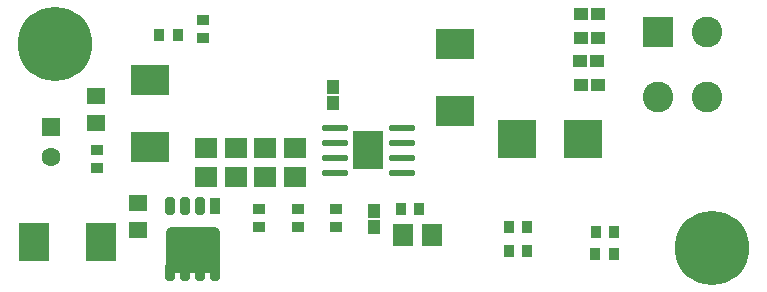
<source format=gts>
G04*
G04 #@! TF.GenerationSoftware,Altium Limited,Altium Designer,19.1.6 (110)*
G04*
G04 Layer_Color=8388736*
%FSLAX43Y43*%
%MOMM*%
G71*
G01*
G75*
%ADD17R,0.900X1.050*%
%ADD18R,1.900X1.750*%
%ADD19R,1.000X0.950*%
%ADD20R,2.500X3.200*%
%ADD21O,2.250X0.550*%
%ADD22R,1.500X1.400*%
%ADD23R,0.950X1.000*%
%ADD24R,1.100X1.250*%
%ADD25R,1.750X1.900*%
%ADD26R,1.250X1.100*%
%ADD27R,3.300X3.250*%
%ADD28R,3.250X2.550*%
%ADD29R,2.550X3.250*%
%ADD30R,0.810X1.472*%
G04:AMPARAMS|DCode=31|XSize=0.81mm|YSize=1.472mm|CornerRadius=0.139mm|HoleSize=0mm|Usage=FLASHONLY|Rotation=0.000|XOffset=0mm|YOffset=0mm|HoleType=Round|Shape=RoundedRectangle|*
%AMROUNDEDRECTD31*
21,1,0.810,1.195,0,0,0.0*
21,1,0.532,1.472,0,0,0.0*
1,1,0.278,0.266,-0.597*
1,1,0.278,-0.266,-0.597*
1,1,0.278,-0.266,0.597*
1,1,0.278,0.266,0.597*
%
%ADD31ROUNDEDRECTD31*%
G04:AMPARAMS|DCode=32|XSize=4.62mm|YSize=3.95mm|CornerRadius=0.531mm|HoleSize=0mm|Usage=FLASHONLY|Rotation=0.000|XOffset=0mm|YOffset=0mm|HoleType=Round|Shape=RoundedRectangle|*
%AMROUNDEDRECTD32*
21,1,4.620,2.888,0,0,0.0*
21,1,3.558,3.950,0,0,0.0*
1,1,1.063,1.779,-1.444*
1,1,1.063,-1.779,-1.444*
1,1,1.063,-1.779,1.444*
1,1,1.063,1.779,1.444*
%
%ADD32ROUNDEDRECTD32*%
%ADD33C,1.608*%
%ADD34R,1.608X1.608*%
%ADD35C,2.600*%
%ADD36R,2.600X2.600*%
%ADD37C,6.300*%
%ADD38C,0.700*%
D17*
X13900Y21000D02*
D03*
X12250D02*
D03*
X50800Y2475D02*
D03*
X49150D02*
D03*
D18*
X18750Y9025D02*
D03*
Y11475D02*
D03*
X23750D02*
D03*
Y9025D02*
D03*
X21250Y11475D02*
D03*
Y9025D02*
D03*
X16250Y11475D02*
D03*
Y9025D02*
D03*
D19*
X16000Y20725D02*
D03*
Y22275D02*
D03*
X27250Y4750D02*
D03*
Y6300D02*
D03*
X20750D02*
D03*
Y4750D02*
D03*
X24000Y4725D02*
D03*
Y6275D02*
D03*
X7000Y9725D02*
D03*
Y11275D02*
D03*
D20*
X30000Y11250D02*
D03*
D21*
X32875Y9345D02*
D03*
Y10615D02*
D03*
Y11885D02*
D03*
Y13155D02*
D03*
X27125Y9345D02*
D03*
Y10615D02*
D03*
Y11885D02*
D03*
Y13155D02*
D03*
D22*
X6900Y13550D02*
D03*
Y15850D02*
D03*
X10500Y6800D02*
D03*
Y4500D02*
D03*
D23*
X49225Y4300D02*
D03*
X50775D02*
D03*
X43425Y4750D02*
D03*
X41875D02*
D03*
X41900Y2750D02*
D03*
X43450D02*
D03*
X34275Y6300D02*
D03*
X32725D02*
D03*
D24*
X27000Y15250D02*
D03*
Y16650D02*
D03*
X30500Y4750D02*
D03*
Y6150D02*
D03*
D25*
X35350Y4100D02*
D03*
X32900D02*
D03*
D26*
X48000Y22800D02*
D03*
X49400D02*
D03*
X48000Y20800D02*
D03*
X49400D02*
D03*
X47950Y18800D02*
D03*
X49350D02*
D03*
X48000Y16800D02*
D03*
X49400D02*
D03*
D27*
X42600Y12200D02*
D03*
X48200D02*
D03*
D28*
X37300Y14550D02*
D03*
Y20250D02*
D03*
X11500Y11500D02*
D03*
Y17200D02*
D03*
D29*
X1650Y3500D02*
D03*
X7350D02*
D03*
D30*
X17020Y6500D02*
D03*
D31*
X15750D02*
D03*
X14480D02*
D03*
X13210D02*
D03*
X17020Y960D02*
D03*
X15750D02*
D03*
X14480D02*
D03*
X13210D02*
D03*
D32*
X15115Y2780D02*
D03*
D33*
X3100Y10730D02*
D03*
D34*
Y13270D02*
D03*
D35*
X54500Y15750D02*
D03*
X58700D02*
D03*
Y21250D02*
D03*
D36*
X54500D02*
D03*
D37*
X3500Y20250D02*
D03*
X59100Y3000D02*
D03*
D38*
X29250Y11250D02*
D03*
X30750D02*
D03*
Y10250D02*
D03*
X29250D02*
D03*
X30750Y12250D02*
D03*
X29250D02*
D03*
M02*

</source>
